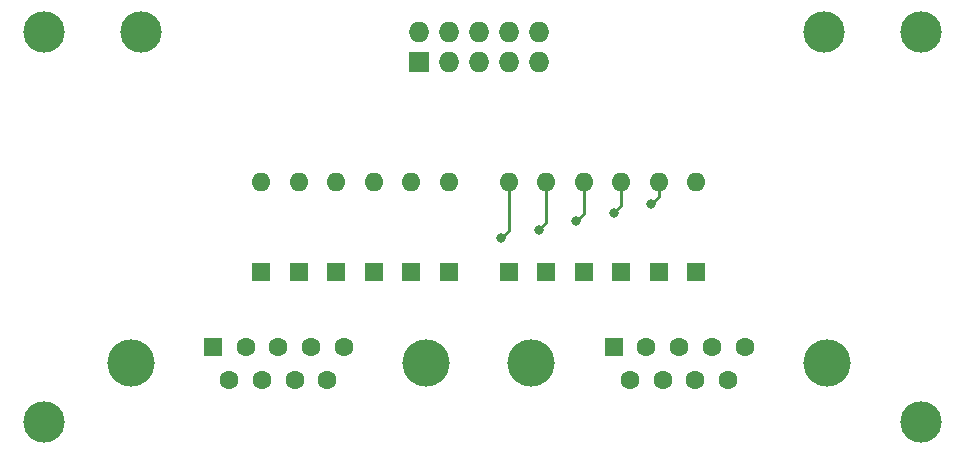
<source format=gbl>
%TF.GenerationSoftware,KiCad,Pcbnew,(5.1.8)-1*%
%TF.CreationDate,2021-01-10T23:31:28+01:00*%
%TF.ProjectId,CPC464 Splitter,43504334-3634-4205-9370-6c6974746572,rev?*%
%TF.SameCoordinates,Original*%
%TF.FileFunction,Copper,L2,Bot*%
%TF.FilePolarity,Positive*%
%FSLAX46Y46*%
G04 Gerber Fmt 4.6, Leading zero omitted, Abs format (unit mm)*
G04 Created by KiCad (PCBNEW (5.1.8)-1) date 2021-01-10 23:31:28*
%MOMM*%
%LPD*%
G01*
G04 APERTURE LIST*
%TA.AperFunction,ComponentPad*%
%ADD10R,1.600000X1.600000*%
%TD*%
%TA.AperFunction,ComponentPad*%
%ADD11C,1.600000*%
%TD*%
%TA.AperFunction,ComponentPad*%
%ADD12C,4.000000*%
%TD*%
%TA.AperFunction,ComponentPad*%
%ADD13R,1.727200X1.727200*%
%TD*%
%TA.AperFunction,ComponentPad*%
%ADD14O,1.727200X1.727200*%
%TD*%
%TA.AperFunction,ComponentPad*%
%ADD15C,3.500000*%
%TD*%
%TA.AperFunction,ComponentPad*%
%ADD16O,1.600000X1.600000*%
%TD*%
%TA.AperFunction,ViaPad*%
%ADD17C,0.800000*%
%TD*%
%TA.AperFunction,Conductor*%
%ADD18C,0.250000*%
%TD*%
G04 APERTURE END LIST*
D10*
%TO.P,J1,1*%
%TO.N,/P0_UP*%
X117200000Y-102235000D03*
D11*
%TO.P,J1,2*%
%TO.N,/P0_DOWN*%
X119970000Y-102235000D03*
%TO.P,J1,3*%
%TO.N,/P0_LEFT*%
X122740000Y-102235000D03*
%TO.P,J1,4*%
%TO.N,/P0_RIGHT*%
X125510000Y-102235000D03*
%TO.P,J1,5*%
%TO.N,Net-(J1-Pad5)*%
X128280000Y-102235000D03*
%TO.P,J1,6*%
%TO.N,/P0_FIRE1*%
X118585000Y-105075000D03*
%TO.P,J1,7*%
%TO.N,Net-(J1-Pad7)*%
X121355000Y-105075000D03*
%TO.P,J1,8*%
%TO.N,/COM1*%
X124125000Y-105075000D03*
%TO.P,J1,9*%
%TO.N,/P0_FIRE2*%
X126895000Y-105075000D03*
D12*
%TO.P,J1,0*%
%TO.N,N/C*%
X110240000Y-103655000D03*
X135240000Y-103655000D03*
%TD*%
%TO.P,J2,0*%
%TO.N,N/C*%
X169170000Y-103655000D03*
X144170000Y-103655000D03*
D11*
%TO.P,J2,9*%
%TO.N,/P1_FIRE2*%
X160825000Y-105075000D03*
%TO.P,J2,8*%
%TO.N,/COM2*%
X158055000Y-105075000D03*
%TO.P,J2,7*%
%TO.N,Net-(J2-Pad7)*%
X155285000Y-105075000D03*
%TO.P,J2,6*%
%TO.N,/P1_FIRE1*%
X152515000Y-105075000D03*
%TO.P,J2,5*%
%TO.N,Net-(J2-Pad5)*%
X162210000Y-102235000D03*
%TO.P,J2,4*%
%TO.N,/P1_RIGHT*%
X159440000Y-102235000D03*
%TO.P,J2,3*%
%TO.N,/P1_LEFT*%
X156670000Y-102235000D03*
%TO.P,J2,2*%
%TO.N,/P1_DOWN*%
X153900000Y-102235000D03*
D10*
%TO.P,J2,1*%
%TO.N,/P1_UP*%
X151130000Y-102235000D03*
%TD*%
D13*
%TO.P,J3,1*%
%TO.N,/UP*%
X134620000Y-78105000D03*
D14*
%TO.P,J3,2*%
%TO.N,/DOWN*%
X137160000Y-78105000D03*
%TO.P,J3,3*%
%TO.N,/LEFT*%
X139700000Y-78105000D03*
%TO.P,J3,4*%
%TO.N,/RIGHT*%
X142240000Y-78105000D03*
%TO.P,J3,5*%
%TO.N,Net-(J3-Pad5)*%
X144780000Y-78105000D03*
%TO.P,J3,6*%
%TO.N,/FIRE2*%
X134620000Y-75565000D03*
%TO.P,J3,7*%
%TO.N,/FIRE1*%
X137160000Y-75565000D03*
%TO.P,J3,8*%
%TO.N,/COM1*%
X139700000Y-75565000D03*
%TO.P,J3,9*%
%TO.N,/COM2*%
X142240000Y-75565000D03*
%TO.P,J3,10*%
%TO.N,Net-(J3-Pad10)*%
X144780000Y-75565000D03*
%TD*%
D15*
%TO.P,M1,1*%
%TO.N,Net-(M1-Pad1)*%
X102870000Y-108585000D03*
%TD*%
%TO.P,M2,1*%
%TO.N,Net-(M2-Pad1)*%
X177165000Y-75565000D03*
%TD*%
%TO.P,M3,1*%
%TO.N,Net-(M3-Pad1)*%
X102870000Y-75565000D03*
%TD*%
%TO.P,M4,1*%
%TO.N,Net-(M4-Pad1)*%
X177165000Y-108585000D03*
%TD*%
D16*
%TO.P,D1,2*%
%TO.N,/FIRE1*%
X137160000Y-88265000D03*
D10*
%TO.P,D1,1*%
%TO.N,/P0_FIRE2*%
X137160000Y-95885000D03*
%TD*%
%TO.P,D2,1*%
%TO.N,/P0_RIGHT*%
X133985000Y-95885000D03*
D16*
%TO.P,D2,2*%
%TO.N,/RIGHT*%
X133985000Y-88265000D03*
%TD*%
%TO.P,D3,2*%
%TO.N,/LEFT*%
X130810000Y-88265000D03*
D10*
%TO.P,D3,1*%
%TO.N,/P0_LEFT*%
X130810000Y-95885000D03*
%TD*%
D16*
%TO.P,D4,2*%
%TO.N,/DOWN*%
X127635000Y-88265000D03*
D10*
%TO.P,D4,1*%
%TO.N,/P0_DOWN*%
X127635000Y-95885000D03*
%TD*%
%TO.P,D5,1*%
%TO.N,/P0_FIRE1*%
X124460000Y-95885000D03*
D16*
%TO.P,D5,2*%
%TO.N,/FIRE2*%
X124460000Y-88265000D03*
%TD*%
%TO.P,D6,2*%
%TO.N,/UP*%
X121285000Y-88265000D03*
D10*
%TO.P,D6,1*%
%TO.N,/P0_UP*%
X121285000Y-95885000D03*
%TD*%
D16*
%TO.P,D7,2*%
%TO.N,/FIRE1*%
X158115000Y-88265000D03*
D10*
%TO.P,D7,1*%
%TO.N,/P1_FIRE2*%
X158115000Y-95885000D03*
%TD*%
%TO.P,D8,1*%
%TO.N,/P1_RIGHT*%
X154940000Y-95885000D03*
D16*
%TO.P,D8,2*%
%TO.N,/RIGHT*%
X154940000Y-88265000D03*
%TD*%
D10*
%TO.P,D9,1*%
%TO.N,/P1_LEFT*%
X151765000Y-95885000D03*
D16*
%TO.P,D9,2*%
%TO.N,/LEFT*%
X151765000Y-88265000D03*
%TD*%
D10*
%TO.P,D10,1*%
%TO.N,/P1_DOWN*%
X148590000Y-95885000D03*
D16*
%TO.P,D10,2*%
%TO.N,/DOWN*%
X148590000Y-88265000D03*
%TD*%
D10*
%TO.P,D11,1*%
%TO.N,/P1_FIRE1*%
X145415000Y-95885000D03*
D16*
%TO.P,D11,2*%
%TO.N,/FIRE2*%
X145415000Y-88265000D03*
%TD*%
%TO.P,D12,2*%
%TO.N,/UP*%
X142240000Y-88265000D03*
D10*
%TO.P,D12,1*%
%TO.N,/P1_UP*%
X142240000Y-95885000D03*
%TD*%
D15*
%TO.P,M5,1*%
%TO.N,Net-(M5-Pad1)*%
X168910000Y-75565000D03*
%TD*%
%TO.P,M6,1*%
%TO.N,Net-(M6-Pad1)*%
X111125000Y-75565000D03*
%TD*%
D17*
%TO.N,/RIGHT*%
X154305000Y-90170000D03*
%TO.N,/LEFT*%
X151130000Y-90895000D03*
%TO.N,/DOWN*%
X147955000Y-91620000D03*
%TO.N,/FIRE2*%
X144780000Y-92345000D03*
%TO.N,/UP*%
X141605000Y-93070000D03*
%TD*%
D18*
%TO.N,/RIGHT*%
X154305000Y-90170000D02*
X154940000Y-89535000D01*
X154940000Y-89535000D02*
X154940000Y-88265000D01*
%TO.N,/LEFT*%
X151130000Y-90895000D02*
X151765000Y-90260000D01*
X151765000Y-90260000D02*
X151765000Y-88265000D01*
%TO.N,/DOWN*%
X147955000Y-91620000D02*
X148590000Y-90985000D01*
X148590000Y-90985000D02*
X148590000Y-88265000D01*
%TO.N,/FIRE2*%
X144780000Y-92345000D02*
X145415000Y-91710000D01*
X145415000Y-91710000D02*
X145415000Y-88265000D01*
%TO.N,/UP*%
X141605000Y-93070000D02*
X142240000Y-92435000D01*
X142240000Y-92435000D02*
X142240000Y-88265000D01*
%TD*%
M02*

</source>
